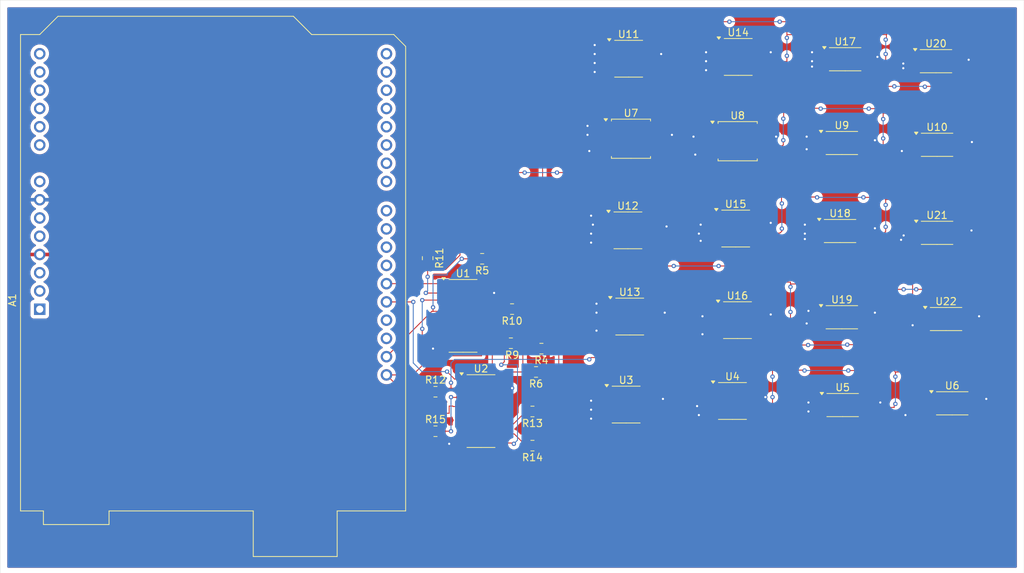
<source format=kicad_pcb>
(kicad_pcb (version 20240108) (generator "pcbnew") (generator_version "8.0")
  (layers (0 "F.Cu" signal "Front") (31 "B.Cu" signal "Back") (34 "B.Paste" user) (35 "F.Paste" user) (36 "B.SilkS" user "B.Silkscreen") (37 "F.SilkS" user "F.Silkscreen") (38 "B.Mask" user) (39 "F.Mask" user) (44 "Edge.Cuts" user))
  (net 0 "")
  (net 1 "+3V3")
  (net 2 "Net-(U3-SDA)")
  (net 3 "Net-(A1-SCL{slash}A5-Pad32)")
  (net 4 "Net-(A1-SDA{slash}A4-Pad31)")
  (net 5 "Net-(R9-Pad2)")
  (net 6 "Net-(U10-SCL)")
  (net 7 "Net-(U10-SDA)")
  (net 8 "Net-(U12-SDA)")
  (net 9 "Net-(U12-SCL)")
  (net 10 "Net-(U3-SCL)")
  (net 12 "GND")
  (net 16 "Net-(A1-D12)")
  (net 23 "Net-(A1-D13)")
  (footprint "Package_SO:SOIC-8_3.9x4.9mm_P1.27mm" (layer "F.Cu") (at 113.725 18.905)
    (property "Reference" "U14")
    (property "Value" "AT24CS01-SSHM")
  )
  (footprint "Package_SO:SOIC-8_3.9x4.9mm_P1.27mm" (layer "F.Cu") (at 98.375 43.04)
    (property "Reference" "U12")
    (property "Value" "AT24CS32-SSHM")
  )
  (footprint "Package_SO:SOIC-8_3.9x4.9mm_P1.27mm" (layer "F.Cu") (at 113.375 42.79)
    (property "Reference" "U15")
    (property "Value" "AT24CS32-SSHM")
  )
  (footprint "Resistor_SMD:R_0805_2012Metric" (layer "F.Cu") (at 82.25 54 180)
    (property "Reference" "R10")
    (property "Value" "10k")
  )
  (footprint "Resistor_SMD:R_0805_2012Metric" (layer "F.Cu") (at 78.0875 47 180)
    (property "Reference" "R5")
    (property "Value" "10K")
  )
  (footprint "Package_SO:SOIC-8_3.9x4.9mm_P1.27mm" (layer "F.Cu") (at 98.475 19.155)
    (property "Reference" "U11")
    (property "Value" "AT24CS01-SSHM")
  )
  (footprint "Resistor_SMD:R_0805_2012Metric" (layer "F.Cu") (at 71.5875 65.5)
    (property "Reference" "R12")
    (property "Value" "10k")
  )
  (footprint "Resistor_SMD:R_0805_2012Metric" (layer "F.Cu") (at 85.5875 62.75 180)
    (property "Reference" "R6")
    (property "Value" "10K")
  )
  (footprint "Package_SO:SO-16_3.9x9.9mm_P1.27mm" (layer "F.Cu") (at 77.925 68.195)
    (property "Reference" "U2")
    (property "Value" "74CBTLV3257")
  )
  (footprint "Package_SO:TSSOP-8_4.4x3mm_P0.65mm" (layer "F.Cu") (at 141.4 43.385)
    (property "Reference" "U21")
    (property "Value" "AT24CS32-XHM")
  )
  (footprint "Package_SO:TSSOP-8_4.4x3mm_P0.65mm" (layer "F.Cu") (at 142.65 55.385)
    (property "Reference" "U22")
    (property "Value" "CAT24C128 XHM")
  )
  (footprint "Package_SO:TSSOP-8_4.4x3mm_P0.65mm" (layer "F.Cu") (at 128.15 30.885)
    (property "Reference" "U9")
    (property "Value" "CAT24C 512XHM")
  )
  (footprint "Package_SO:SOIC-8_3.9x4.9mm_P1.27mm" (layer "F.Cu") (at 98.125 67.29)
    (property "Reference" "U3")
    (property "Value" "AT24CS04-SSHM")
  )
  (footprint "Resistor_SMD:R_0805_2012Metric" (layer "F.Cu") (at 86.3375 59.5 180)
    (property "Reference" "R4")
    (property "Value" "10K")
  )
  (footprint "Package_SO:SOIC-8_5.23x5.23mm_P1.27mm" (layer "F.Cu") (at 98.8 30.29)
    (property "Reference" "U7")
    (property "Value" "CAT24C 512")
  )
  (footprint "Package_SO:SO-16_3.9x9.9mm_P1.27mm" (layer "F.Cu") (at 75.425 54.945)
    (property "Reference" "U1")
    (property "Value" "74CBTLV3257")
  )
  (footprint "Package_SO:TSSOP-8_4.4x3mm_P0.65mm" (layer "F.Cu") (at 143.5125 67.11)
    (property "Reference" "U6")
    (property "Value" "AT24CS04-XHM")
  )
  (footprint "Package_SO:TSSOP-8_4.4x3mm_P0.65mm" (layer "F.Cu") (at 128.2625 67.36)
    (property "Reference" "U5")
    (property "Value" "AT24CS04-XHM")
  )
  (footprint "Package_SO:TSSOP-8_4.4x3mm_P0.65mm" (layer "F.Cu") (at 127.9 43.135)
    (property "Reference" "U18")
    (property "Value" "AT24CS32-XHM")
  )
  (footprint "Package_SO:SOIC-8_5.23x5.23mm_P1.27mm" (layer "F.Cu") (at 113.65 30.635)
    (property "Reference" "U8")
    (property "Value" "CAT24C 512")
  )
  (footprint "Package_SO:SOIC-8_3.9x4.9mm_P1.27mm" (layer "F.Cu") (at 112.925 66.79)
    (property "Reference" "U4")
    (property "Value" "AT24CS04-SSHM")
  )
  (footprint "Package_SO:SOIC-8_3.9x4.9mm_P1.27mm" (layer "F.Cu") (at 113.625 55.54)
    (property "Reference" "U16")
    (property "Value" "CAT24C128 SSHM")
  )
  (footprint "Resistor_SMD:R_0805_2012Metric" (layer "F.Cu") (at 82.0875 58.75 180)
    (property "Reference" "R9")
    (property "Value" "10K")
  )
  (footprint "Resistor_SMD:R_0805_2012Metric" (layer "F.Cu") (at 85.0875 68.25 180)
    (property "Reference" "R13")
    (property "Value" "10k")
  )
  (footprint "Package_SO:TSSOP-8_4.4x3mm_P0.65mm" (layer "F.Cu") (at 141.25 19.5)
    (property "Reference" "U20")
    (property "Value" "AT24CS01-XHM")
  )
  (footprint "Resistor_SMD:R_0805_2012Metric" (layer "F.Cu") (at 85.0875 73 180)
    (property "Reference" "R14")
    (property "Value" "10k")
  )
  (footprint "Package_SO:TSSOP-8_4.4x3mm_P0.65mm" (layer "F.Cu") (at 128.6125 19.225)
    (property "Reference" "U17")
    (property "Value" "AT24CS01-XHM")
  )
  (footprint "Package_SO:SOIC-8_3.9x4.9mm_P1.27mm" (layer "F.Cu") (at 98.625 55.04)
    (property "Reference" "U13")
    (property "Value" "CAT24C128 SSHM")
  )
  (footprint "Package_SO:TSSOP-8_4.4x3mm_P0.65mm" (layer "F.Cu") (at 128.15 55.135)
    (property "Reference" "U19")
    (property "Value" "CAT24C128 XHM")
  )
  (footprint "Resistor_SMD:R_0805_2012Metric" (layer "F.Cu") (at 70.5 46.9125 -90)
    (property "Reference" "R11")
    (property "Value" "10k")
  )
  (footprint "Package_SO:TSSOP-8_4.4x3mm_P0.65mm" (layer "F.Cu") (at 141.4 31.135)
    (property "Reference" "U10")
    (property "Value" "CAT24C 512XHM")
  )
  (footprint "Resistor_SMD:R_0805_2012Metric" (layer "F.Cu") (at 71.5875 71)
    (property "Reference" "R15")
    (property "Value" "10k")
  )
  (footprint "Module:Arduino_UNO_R3" (layer "F.Cu") (at 16.51 54.02 90)
    (property "Reference" "A1")
    (property "Value" "Arduino_UNO_R3")
  )
  (gr_rect (start 11 11) (end 153.5 90.75) (stroke (width 0.0381)) (fill none) (layer "Edge.Cuts"))
  (segment (start 130.5114 29.91) (end 131.0125 29.91) (width 0.127) (layer "F.Cu") (net 1))
  (segment (start 122.89 54.81) (end 122.55 55.15) (width 0.127) (layer "F.Cu") (net 1))
  (segment (start 131.0125 29.91) (end 132.14 29.91) (width 0.127) (layer "F.Cu") (net 1))
  (segment (start 147.665 66.135) (end 148.6 65.2) (width 0.127) (layer "F.Cu") (net 1))
  (segment (start 125.4 67.685) (end 122.485 67.685) (width 0.127) (layer "F.Cu") (net 1))
  (segment (start 146.375 66.135) (end 147.665 66.135) (width 0.127) (layer "F.Cu") (net 1))
  (segment (start 130.9739 18.25) (end 131.475 18.25) (width 0.127) (layer "F.Cu") (net 1))
  (segment (start 122.485 67.685) (end 122.35 67.55) (width 0.127) (layer "F.Cu") (net 1))
  (segment (start 125.2875 30.56) (end 122.59 30.56) (width 0.127) (layer "F.Cu") (net 1))
  (segment (start 132.515 66.385) (end 133.2 65.7) (width 0.127) (layer "F.Cu") (net 1))
  (segment (start 132.14 29.91) (end 132.85 29.2) (width 0.127) (layer "F.Cu") (net 1))
  (segment (start 131.475 18.25) (end 132.4 18.25) (width 0.127) (layer "F.Cu") (net 1))
  (segment (start 138.615 66.785) (end 138.5 66.9) (width 0.127) (layer "F.Cu") (net 1))
  (segment (start 140.65 66.785) (end 138.615 66.785) (width 0.127) (layer "F.Cu") (net 1))
  (segment (start 125.0375 42.81) (end 121.96 42.81) (width 0.127) (layer "F.Cu") (net 1))
  (segment (start 132.4 18.25) (end 133 17.65) (width 0.127) (layer "F.Cu") (net 1))
  (segment (start 125.2875 54.81) (end 122.89 54.81) (width 0.127) (layer "F.Cu") (net 1))
  (segment (start 122.59 30.56) (end 122.55 30.6) (width 0.127) (layer "F.Cu") (net 1))
  (segment (start 131.125 66.385) (end 132.515 66.385) (width 0.127) (layer "F.Cu") (net 1))
  (segment (start 125.75 18.9) (end 122.8 18.9) (width 0.127) (layer "F.Cu") (net 1))
  (segment (start 73.79 66.29) (end 73.75 66.25) (width 0.127) (layer "F.Cu") (net 2))
  (segment (start 73.75 71) (end 72.5 71) (width 0.127) (layer "F.Cu") (net 2))
  (segment (start 101.75 76.75) (end 101.5 77) (width 0.127) (layer "F.Cu") (net 2))
  (segment (start 115.4 68.695) (end 120.945 68.695) (width 0.127) (layer "F.Cu") (net 2))
  (segment (start 115.25 72) (end 115.25 71.75) (width 0.127) (layer "F.Cu") (net 2))
  (segment (start 115.25 71.75) (end 115.4 71.6) (width 0.127) (layer "F.Cu") (net 2))
  (segment (start 121 68.75) (end 121 69) (width 0.127) (layer "F.Cu") (net 2))
  (segment (start 131 71) (end 131 70.75) (width 0.127) (layer "F.Cu") (net 2))
  (segment (start 146.5 71.25) (end 131.25 71.25) (width 0.127) (layer "F.Cu") (net 2))
  (segment (start 100.5 72) (end 101.75 72) (width 0.127) (layer "F.Cu") (net 2))
  (segment (start 115.4 71.6) (end 115.4 68.695) (width 0.127) (layer "F.Cu") (net 2))
  (segment (start 121 69) (end 123 71) (width 0.127) (layer "F.Cu") (net 2))
  (segment (start 120.945 68.695) (end 121 68.75) (width 0.127) (layer "F.Cu") (net 2))
  (segment (start 146.375 71.125) (end 146.5 71.25) (width 0.127) (layer "F.Cu") (net 2))
  (segment (start 146.375 68.085) (end 146.375 71.125) (width 0.127) (layer "F.Cu") (net 2))
  (segment (start 101.5 77) (end 72.25 77) (width 0.127) (layer "F.Cu") (net 2))
  (segment (start 101.75 72) (end 115.25 72) (width 0.127) (layer "F.Cu") (net 2))
  (segment (start 123 71) (end 131 71) (width 0.127) (layer "F.Cu") (net 2))
  (segment (start 101.75 72) (end 101.75 76.75) (width 0.127) (layer "F.Cu") (net 2))
  (segment (start 131 70.75) (end 131.125 70.625) (width 0.127) (layer "F.Cu") (net 2))
  (segment (start 72.25 77) (end 72.5 76.75) (width 0.127) (layer "F.Cu") (net 2))
  (segment (start 100.6 69.195) (end 100.6 71.9) (width 0.127) (layer "F.Cu") (net 2))
  (segment (start 72.5 76.75) (end 72.5 71) (width 0.127) (layer "F.Cu") (net 2))
  (segment (start 131.125 70.625) (end 131.125 68.335) (width 0.127) (layer "F.Cu") (net 2))
  (segment (start 100.6 71.9) (end 100.5 72) (width 0.127) (layer "F.Cu") (net 2))
  (segment (start 131.25 71.25) (end 131 71) (width 0.127) (layer "F.Cu") (net 2))
  (segment (start 75.35 66.29) (end 73.79 66.29) (width 0.127) (layer "F.Cu") (net 2))
  (via (at 73.75 71) (size 0.6) (drill 0.3) (layers "F.Cu" "B.Cu") (net 2))
  (via (at 73.75 66.25) (size 0.6) (drill 0.3) (layers "F.Cu" "B.Cu") (net 2))
  (segment (start 73.75 66.25) (end 73.75 71) (width 0.127) (layer "B.Cu") (net 2))
  (segment (start 84.5 59.5) (end 83.75 60.25) (width 0.127) (layer "F.Cu") (net 3))
  (segment (start 70.25 61.25) (end 70.25 60.5) (width 0.127) (layer "F.Cu") (net 3))
  (segment (start 69.5 68.5) (end 73.5 68.5) (width 0.127) (layer "F.Cu") (net 3))
  (segment (start 79.5 62) (end 79.5 59.5) (width 0.127) (layer "F.Cu") (net 3))
  (segment (start 73.5 67.5) (end 74 67.5) (width 0.127) (layer "F.Cu") (net 3))
  (segment (start 69.75 60.5) (end 69.75 56.75) (width 0.127) (layer "F.Cu") (net 3))
  (segment (start 73.5 68.5) (end 73.5 67.5) (width 0.127) (layer "F.Cu") (net 3))
  (segment (start 78 59.39) (end 78 60.5) (width 0.127) (layer "F.Cu") (net 3))
  (segment (start 64.77 63.16) (end 69.5 67.89) (width 0.127) (layer "F.Cu") (net 3))
  (segment (start 74 67.5) (end 74.06 67.56) (width 0.127) (layer "F.Cu") (net 3))
  (segment (start 85.425 59.5) (end 84.5 59.5) (width 0.127) (layer "F.Cu") (net 3))
  (segment (start 79.39 59.39) (end 78 59.39) (width 0.127) (layer "F.Cu") (net 3))
  (segment (start 79.5 59.5) (end 79.39 59.39) (width 0.127) (layer "F.Cu") (net 3))
  (segment (start 69.75 52.75) (end 72.56 52.75) (width 0.127) (layer "F.Cu") (net 3))
  (segment (start 78 60.5) (end 70.25 60.5) (width 0.127) (layer "F.Cu") (net 3))
  (segment (start 64.77 63.16) (end 68.44 63.16) (width 0.127) (layer "F.Cu") (net 3))
  (segment (start 69.5 67.89) (end 69.5 68.5) (width 0.127) (layer "F.Cu") (net 3))
  (segment (start 84.675 62.75) (end 83.75 62.75) (width 0.127) (layer "F.Cu") (net 3))
  (segment (start 74.06 67.56) (end 75.35 67.56) (width 0.127) (layer "F.Cu") (net 3))
  (segment (start 70.25 61.35) (end 70.25 61.25) (width 0.127) (layer "F.Cu") (net 3))
  (segment (start 72.56 52.75) (end 72.85 53.04) (width 0.127) (layer "F.Cu") (net 3))
  (segment (start 68.44 63.16) (end 70.25 61.35) (width 0.127) (layer "F.Cu") (net 3))
  (segment (start 83.75 60.25) (end 83.75 62.75) (width 0.127) (layer "F.Cu") (net 3))
  (segment (start 70.25 60.5) (end 69.75 60.5) (width 0.127) (layer "F.Cu") (net 3))
  (segment (start 80.25 62.75) (end 79.5 62) (width 0.127) (layer "F.Cu") (net 3))
  (segment (start 83.75 62.75) (end 80.25 62.75) (width 0.127) (layer "F.Cu") (net 3))
  (via (at 69.75 56.75) (size 0.6) (drill 0.3) (layers "F.Cu" "B.Cu") (net 3))
  (via (at 69.75 52.75) (size 0.6) (drill 0.3) (layers "F.Cu" "B.Cu") (net 3))
  (segment (start 69.75 56.75) (end 69.75 52.75) (width 0.127) (layer "B.Cu") (net 3))
  (segment (start 71.08 54.31) (end 71.25 54.31) (width 0.127) (layer "F.Cu") (net 4))
  (segment (start 71.25 54.31) (end 72.85 54.31) (width 0.127) (layer "F.Cu") (net 4))
  (segment (start 77.175 47) (end 75.25 47) (width 0.127) (layer "F.Cu") (net 4))
  (segment (start 71.25 53.75) (end 71.25 54.31) (width 0.127) (layer "F.Cu") (net 4))
  (segment (start 64.77 60.62) (end 71.08 54.31) (width 0.127) (layer "F.Cu") (net 4))
  (via (at 75.25 47) (size 0.6) (drill 0.3) (layers "F.Cu" "B.Cu") (net 4))
  (via (at 71.25 53.75) (size 0.6) (drill 0.3) (layers "F.Cu" "B.Cu") (net 4))
  (segment (start 71.25 49.25) (end 71.25 53.75) (width 0.127) (layer "B.Cu") (net 4))
  (segment (start 73.25 49.25) (end 71.25 49.25) (width 0.127) (layer "B.Cu") (net 4))
  (segment (start 73.25 49) (end 73.25 49.25) (width 0.127) (layer "B.Cu") (net 4))
  (segment (start 75.25 47) (end 73.25 49) (width 0.127) (layer "B.Cu") (net 4))
  (segment (start 80.75 61.75) (end 81.175 61.325) (width 0.127) (layer "F.Cu") (net 5))
  (segment (start 80.5 72.64) (end 82.39 72.64) (width 0.127) (layer "F.Cu") (net 5))
  (segment (start 80.545 58.12) (end 81.175 58.75) (width 0.127) (layer "F.Cu") (net 5))
  (segment (start 81.175 61.325) (end 81.175 58.75) (width 0.127) (layer "F.Cu") (net 5))
  (segment (start 82.39 72.64) (end 82.5 72.75) (width 0.127) (layer "F.Cu") (net 5))
  (segment (start 78 58.12) (end 80.545 58.12) (width 0.127) (layer "F.Cu") (net 5))
  (via (at 80.75 61.75) (size 0.6) (drill 0.3) (layers "F.Cu" "B.Cu") (net 5))
  (via (at 82.5 72.75) (size 0.6) (drill 0.3) (layers "F.Cu" "B.Cu") (net 5))
  (segment (start 82.5 72.75) (end 83 72.25) (width 0.127) (layer "B.Cu") (net 5))
  (segment (start 83 61.75) (end 82.75 61.75) (width 0.127) (layer "B.Cu") (net 5))
  (segment (start 83 72.25) (end 83 61.75) (width 0.127) (layer "B.Cu") (net 5))
  (segment (start 82.75 61.75) (end 80.75 61.75) (width 0.127) (layer "B.Cu") (net 5))
  (segment (start 120.5 15.8) (end 120.5 16.25) (width 0.127) (layer "F.Cu") (net 6))
  (segment (start 131.9 26.1) (end 133.3 26.1) (width 0.127) (layer "F.Cu") (net 6))
  (segment (start 120.46 19.54) (end 116.2 19.54) (width 0.127) (layer "F.Cu") (net 6))
  (segment (start 133.9 26.75) (end 147.5 26.75) (width 0.127) (layer "F.Cu") (net 6))
  (segment (start 119.5 14) (end 120.475 14) (width 0.127) (layer "F.Cu") (net 6))
  (segment (start 133.9 30.25) (end 133.9 31.2) (width 0.127) (layer "F.Cu") (net 6))
  (segment (start 120.475 15.375) (end 120.5 15.4) (width 0.127) (layer "F.Cu") (net 6))
  (segment (start 134.7 15.45) (end 134.6 15.55) (width 0.127) (layer "F.Cu") (net 6))
  (segment (start 147.55 31.45) (end 147.55 26.8) (width 0.127) (layer "F.Cu") (net 6))
  (segment (start 133.9 31.2) (end 133.89 31.21) (width 0.127) (layer "F.Cu") (net 6))
  (segment (start 86.5 14) (end 86.5 49.5) (width 0.127) (layer "F.Cu") (net 6))
  (segment (start 119.88 31.27) (end 120 31.15) (width 0.127) (layer "F.Cu") (net 6))
  (segment (start 134.125 19.55) (end 131.475 19.55) (width 0.127) (layer "F.Cu") (net 6))
  (segment (start 100.95 19.79) (end 105.79 19.79) (width 0.127) (layer "F.Cu") (net 6))
  (segment (start 131.0125 31.21) (end 133.89 31.21) (width 0.127) (layer "F.Cu") (net 6))
  (segment (start 80 54.25) (end 80.25 54) (width 0.127) (layer "F.Cu") (net 6))
  (segment (start 144.1125 19.825) (end 147.675 19.825) (width 0.127) (layer "F.Cu") (net 6))
  (segment (start 102.4 30.925) (end 105.775 30.925) (width 0.127) (layer "F.Cu") (net 6))
  (segment (start 147.54 31.46) (end 147.55 31.45) (width 0.127) (layer "F.Cu") (net 6))
  (segment (start 147.675 19.825) (end 147.75 19.75) (width 0.127) (layer "F.Cu") (net 6))
  (segment (start 105.6 14) (end 86.5 14) (width 0.127) (layer "F.Cu") (net 6))
  (segment (start 105.79 19.79) (end 105.8 19.8) (width 0.127) (layer "F.Cu") (net 6))
  (segment (start 134.25 18.5) (end 134.25 19.425) (width 0.127) (layer "F.Cu") (net 6))
  (segment (start 134.35 16.4) (end 134.25 16.5) (width 0.127) (layer "F.Cu") (net 6))
  (segment (start 105.8 30.9) (end 105.8 26.1) (width 0.127) (layer "F.Cu") (net 6))
  (segment (start 134.45 15.7) (end 134.35 15.8) (width 0.127) (layer "F.Cu") (net 6))
  (segment (start 147.5 26.75) (end 147.55 26.8) (width 0.127) (layer "F.Cu") (net 6))
  (segment (start 147.55 26.8) (end 147.55 19.95) (width 0.127) (layer "F.Cu") (net 6))
  (segment (start 80 56.75) (end 80 54.25) (width 0.127) (layer "F.Cu") (net 6))
  (segment (start 125.15 26.05) (end 125.2 26.1) (width 0.127) (layer "F.Cu") (net 6))
  (segment (start 144.2625 31.46) (end 147.54 31.46) (width 0.127) (layer "F.Cu") (net 6))
  (segment (start 120.475 14) (end 120.475 15.375) (width 0.127) (layer "F.Cu") (net 6))
  (segment (start 133.9 26.75) (end 133.9 26.7) (width 0.127) (layer "F.Cu") (net 6))
  (segment (start 120.05 26.7) (end 120.05 27.45) (width 0.127) (layer "F.Cu") (net 6))
  (segment (start 105.775 30.925) (end 105.8 30.9) (width 0.127) (layer "F.Cu") (net 6))
  (segment (start 105.8 26.1) (end 105.85 26.05) (width 0.127) (layer "F.Cu") (net 6))
  (segment (start 133.3 26.1) (end 133.9 26.7) (width 0.127) (layer "F.Cu") (net 6))
  (segment (start 120.05 27.45) (end 120 27.5) (width 0.127) (layer "F.Cu") (net 6))
  (segment (start 86.5 49.5) (end 81.3375 49.5) (width 0.127) (layer "F.Cu") (net 6))
  (segment (start 119.88 31.27) (end 117.25 31.27) (width 0.127) (layer "F.Cu") (net 6))
  (segment (start 120.05 26.05) (end 120.05 26.7) (width 0.127) (layer "F.Cu") (net 6))
  (segment (start 133.9 26.75) (end 133.9 27.55) (width 0.127) (layer "F.Cu") (net 6))
  (segment (start 147.75 15.45) (end 134.7 15.45) (width 0.127) (layer "F.Cu") (net 6))
  (segment (start 120.05 26.05) (end 125.15 26.05) (width 0.127) (layer "F.Cu") (net 6))
  (segment (start 79.9 56.85) (end 80 56.75) (width 0.127) (layer "F.Cu") (net 6))
  (segment (start 147.55 19.95) (end 147.75 19.75) (width 0.127) (layer "F.Cu") (net 6))
  (segment (start 105.8 14.2) (end 105.6 14) (width 0.127) (layer "F.Cu") (net 6))
  (segment (start 134.6 15.55) (end 134.45 15.7) (width 0.127) (layer "F.Cu") (net 6))
  (segment (start 134.35 15.8) (end 134.35 16.4) (width 0.127) (layer "F.Cu") (net 6))
  (segment (start 134.25 19.425) (end 134.125 19.55) (width 0.127) (layer "F.Cu") (net 6))
  (segment (start 120.5 15.8) (end 120.5 15.4) (width 0.127) (layer "F.Cu") (net 6))
  (segment (start 80.25 54) (end 81.3375 54) (width 0.127) (layer "F.Cu") (net 6))
  (segment (start 105.85 26.05) (end 120.05 26.05) (width 0.127) (layer "F.Cu") (net 6))
  (segment (start 120 30.5) (end 120 31.15) (width 0.127) (layer "F.Cu") (net 6))
  (segment (start 134.35 15.8) (end 120.5 15.8) (width 0.127) (layer "F.Cu") (net 6))
  (segment (start 147.75 19.75) (end 147.75 15.45) (width 0.127) (layer "F.Cu") (net 6))
  (segment (start 105.8 14.2) (end 106 14) (width 0.127) (layer "F.Cu") (net 6))
  (segment (start 106 14) (end 112.5 14) (width 0.127) (layer "F.Cu") (net 6))
  (segment (start 120.5 18.75) (end 120.5 19.5) (width 0.127) (layer "F.Cu") (net 6))
  (segment (start 105.8 19.8) (end 105.8 14.2) (width 0.127) (layer "F.Cu") (net 6))
  (segment (start 120.5 19.5) (end 120.46 19.54) (width 0.127) (layer "F.Cu") (net 6))
  (segment (start 81.3375 49.5) (end 81.3375 54) (width 0.127) (layer "F.Cu") (net 6))
  (segment (start 78 56.85) (end 79.9 56.85) (width 0.127) (layer "F.Cu") (net 6))
  (via (at 120 30.5) (size 0.6) (drill 0.3) (layers "F.Cu" "B.Cu") (net 6))
  (via (at 120.5 18.75) (size 0.6) (drill 0.3) (layers "F.Cu" "B.Cu") (net 6))
  (via (at 120.5 16.25) (size 0.6) (drill 0.3) (layers "F.Cu" "B.Cu") (net 6))
  (via (at 112.5 14) (size 0.6) (drill 0.3) (layers "F.Cu" "B.Cu") (net 6))
  (via (at 133.9 30.25) (size 0.6) (drill 0.3) (layers "F.Cu" "B.Cu") (net 6))
  (via (at 134.25 18.5) (size 0.6) (drill 0.3) (layers "F.Cu" "B.Cu") (net 6))
  (via (at 133.9 27.55) (size 0.6) (drill 0.3) (layers "F.Cu" "B.Cu") (net 6))
  (via (at 134.25 16.5) (size 0.6) (drill 0.3) (layers "F.Cu" "B.Cu") (net 6))
  (via (at 120 27.5) (size 0.6) (drill 0.3) (layers "F.Cu" "B.Cu") (net 6))
  (via (at 131.9 26.1) (size 0.6) (drill 0.3) (layers "F.Cu" "B.Cu") (net 6))
  (via (at 119.5 14) (size 0.6) (drill 0.3) (layers "F.Cu" "B.Cu") (net 6))
  (via (at 125.2 26.1) (size 0.6) (drill 0.3) (layers "F.Cu" "B.Cu") (net 6))
  (segment (start 134.25 18.5) (end 134.25 16.5) (width 0.127) (layer "B.Cu") (net 6))
  (segment (start 133.9 27.55) (end 133.9 27.9) (width 0.127) (layer "B.Cu") (net 6))
  (segment (start 133.9 27.9) (end 133.9 30.25) (width 0.127) (layer "B.Cu") (net 6))
  (segment (start 125.2 26.1) (end 131.9 26.1) (width 0.127) (layer "B.Cu") (net 6))
  (segment (start 112.5 14) (end 119.5 14) (width 0.127) (layer "B.Cu") (net 6))
  (segment (start 120.5 16.25) (end 120.5 18.75) (width 0.127) (layer "B.Cu") (net 6))
  (segment (start 120 27.5) (end 120 30.5) (width 0.127) (layer "B.Cu") (net 6))
  (segment (start 106.5 23) (end 116.5 23) (width 0.127) (layer "F.Cu") (net 7))
  (segment (start 72.85 51.77) (end 70.27 51.77) (width 0.127) (layer "F.Cu") (net 7))
  (segment (start 70.5 49.5) (end 70.5 48.5) (width 0.127) (layer "F.Cu") (net 7))
  (segment (start 144.1125 22.8875) (end 144.1125 20.475) (width 0.127) (layer "F.Cu") (net 7))
  (segment (start 144 32.3725) (end 144.2625 32.11) (width 0.127) (layer "F.Cu") (net 7))
  (segment (start 143.75 35.25) (end 144 35) (width 0.127) (layer "F.Cu") (net 7))
  (segment (start 102 35.5) (end 117 35.5) (width 0.127) (layer "F.Cu") (net 7))
  (segment (start 131.5 23) (end 131.475 22.975) (width 0.127) (layer "F.Cu") (net 7))
  (segment (start 130 35.5) (end 130.25 35.25) (width 0.127) (layer "F.Cu") (net 7))
  (segment (start 117 35) (end 117.25 34.75) (width 0.127) (layer "F.Cu") (net 7))
  (segment (start 70.27 51.77) (end 70.25 51.75) (width 0.127) (layer "F.Cu") (net 7))
  (segment (start 116.499999 21.109999) (end 116.2 20.81) (width 0.127) (layer "F.Cu") (net 7))
  (segment (start 91.5 35) (end 88.5 35) (width 0.127) (layer "F.Cu") (net 7))
  (segment (start 117 35.5) (end 117 35) (width 0.127) (layer "F.Cu") (net 7))
  (segment (start 131.5 23) (end 135.45 23) (width 0.127) (layer "F.Cu") (net 7))
  (segment (start 91.5 25) (end 91.5 35) (width 0.127) (layer "F.Cu") (net 7))
  (segment (start 144 35) (end 144 32.3725) (width 0.127) (layer "F.Cu") (net 7))
  (segment (start 101.5 35) (end 102.4 34.1) (width 0.127) (layer "F.Cu") (net 7))
  (segment (start 139.75 23) (end 144 23) (width 0.127) (layer "F.Cu") (net 7))
  (segment (start 91.5 35) (end 101.5 35) (width 0.127) (layer "F.Cu") (net 7))
  (segment (start 117.25 34.75) (end 117.25 32.54) (width 0.127) (layer "F.Cu") (net 7))
  (segment (start 116.5 23) (end 116.499999 21.109999) (width 0.127) (layer "F.Cu") (net 7))
  (segment (start 106.44 21.06) (end 106.5 21) (width 0.127) (layer "F.Cu") (net 7))
  (segment (start 104.5 25) (end 91.5 25) (width 0.127) (layer "F.Cu") (net 7))
  (segment (start 75 46.5) (end 73 48.5) (width 0.127) (layer "F.Cu") (net 7))
  (segment (start 70.5 48.5) (end 70.5 47.825) (width 0.127) (layer "F.Cu") (net 7))
  (segment (start 84 35) (end 75 35) (width 0.127) (layer "F.Cu") (net 7))
  (segment (start 101.5 35) (end 102 35.5) (width 0.127) (layer "F.Cu") (net 7))
  (segment (start 106.5 23) (end 104.5 25) (width 0.127) (layer "F.Cu") (net 7))
  (segment (start 73 48.5) (end 70.5 48.5) (width 0.127) (layer "F.Cu") (net 7))
  (segment (start 131.475 22.975) (end 131.475 20.2) (width 0.127) (layer "F.Cu") (net 7))
  (segment (start 131.0125 34.4875) (end 131.0125 31.86) (width 0.127) (layer "F.Cu") (net 7))
  (segment (start 100.95 21.06) (end 106.44 21.06) (width 0.127) (layer "F.Cu") (net 7))
  (segment (start 130.25 35.25) (end 143.75 35.25) (width 0.127) (layer "F.Cu") (net 7))
  (segment (start 117 35.5) (end 130 35.5) (width 0.127) (layer "F.Cu") (net 7))
  (segment (start 144 23) (end 144.1125 22.8875) (width 0.127) (layer "F.Cu") (net 7))
  (segment (start 139.7 23.05) (end 139.75 23) (width 0.127) (layer "F.Cu") (net 7))
  (segment (start 75 35) (end 75 46.5) (width 0.127) (layer "F.Cu") (net 7))
  (segment (start 130 35.5) (end 131.0125 34.4875) (width 0.127) (layer "F.Cu") (net 7))
  (segment (start 116.5 23) (end 131.5 23) (width 0.127) (layer "F.Cu") (net 7))
  (segment (start 106.5 21) (end 106.5 23) (width 0.127) (layer "F.Cu") (net 7))
  (segment (start 102.4 34.1) (end 102.4 32.195) (width 0.127) (layer "F.Cu") (net 7))
  (via (at 88.5 35) (size 0.6) (drill 0.3) (layers "F.Cu" "B.Cu") (net 7))
  (via (at 84 35) (size 0.6) (drill 0.3) (layers "F.Cu" "B.Cu") (net 7))
  (via (at 70.5 49.5) (size 0.6) (drill 0.3) (layers "F.Cu" "B.Cu") (net 7))
  (via (at 135.45 23) (size 0.6) (drill 0.3) (layers "F.Cu" "B.Cu") (net 7))
  (via (at 139.7 23.05) (size 0.6) (drill 0.3) (layers "F.Cu" "B.Cu") (net 7))
  (via (at 70.25 51.75) (size 0.6) (drill 0.3) (layers "F.Cu" "B.Cu") (net 7))
  (segment (start 135.45 23) (end 139.65 23) (width 0.127) (layer "B.Cu") (net 7))
  (segment (start 70.5 51.5) (end 70.25 51.75) (width 0.127) (layer "B.Cu") (net 7))
  (segment (start 87.75 35) (end 84 35) (width 0.127) (layer "B.Cu") (net 7))
  (segment (start 88.5 35) (end 87.75 35) (width 0.127) (layer "B.Cu") (net 7))
  (segment (start 139.65 23) (end 139.7 23.05) (width 0.127) (layer "B.Cu") (net 7))
  (segment (start 70.5 49.5) (end 70.5 51.5) (width 0.127) (layer "B.Cu") (net 7))
  (segment (start 111 48) (end 115.45 48) (width 0.127) (layer "F.Cu") (net 8))
  (segment (start 130.5 44.3725) (end 130.7625 44.11) (width 0.127) (layer "F.Cu") (net 8))
  (segment (start 144 47.25) (end 144 44.6225) (width 0.127) (layer "F.Cu") (net 8))
  (segment (start 101 48) (end 104.75 48) (width 0.127) (layer "F.Cu") (net 8))
  (segment (start 115.5 45.045) (end 115.85 44.695) (width 0.127) (layer "F.Cu") (net 8))
  (segment (start 73.75 65.02) (end 75.35 65.02) (width 0.127) (layer "F.Cu") (net 8))
  (segment (start 116.25 60.75) (end 116.1 60.6) (width 0.127) (layer "F.Cu") (net 8))
  (segment (start 135.25 48.25) (end 138 48.25) (width 0.127) (layer "F.Cu") (net 8))
  (segment (start 130.75 48.25) (end 135.25 48.25) (width 0.127) (layer "F.Cu") (net 8))
  (segment (start 119.5 57.5) (end 119.5 58) (width 0.127) (layer "F.Cu") (net 8))
  (segment (start 119.445 57.445) (end 119.5 57.5) (width 0.127) (layer "F.Cu") (net 8))
  (segment (start 100.85 47.85) (end 101 48) (width 0.127) (layer "F.Cu") (net 8))
  (segment (start 144 48.25) (end 144 47.25) (width 0.127) (layer "F.Cu") (net 8))
  (segment (start 106.75 60.75) (end 93.25 60.75) (width 0.127) (layer "F.Cu") (net 8))
  (segment (start 130.5 48) (end 130.5 44.3725) (width 0.127) (layer "F.Cu") (net 8))
  (segment (start 149 56.5) (end 148.86 56.36) (width 0.127) (layer "F.Cu") (net 8))
  (segment (start 149.25 56.5) (end 149 56.5) (width 0.127) (layer "F.Cu") (net 8))
  (segment (start 106.75 60.75) (end 116.25 60.75) (width 0.127) (layer "F.Cu") (net 8))
  (segment (start 115.5 48) (end 115.5 47.95) (width 0.127) (layer "F.Cu") (net 8))
  (segment (start 148.86 56.36) (end 145.5125 56.36) (width 0.127) (layer "F.Cu") (net 8))
  (segment (start 138 53) (end 138 48.25) (width 0.127) (layer "F.Cu") (net 8))
  (segment (start 134.89 56.11) (end 138 53) (width 0.127) (layer "F.Cu") (net 8))
  (segment (start 149.25 50.5) (end 149.25 56.5) (width 0.127) (layer "F.Cu") (net 8))
  (segment (start 115.45 48) (end 115.5 47.95) (width 0.127) (layer "F.Cu") (net 8))
  (segment (start 73.75 64.25) (end 73.75 65.02) (width 0.127) (layer "F.Cu") (net 8))
  (segment (start 138 48.25) (end 144 48.25) (width 0.127) (layer "F.Cu") (net 8))
  (segment (start 116.1 60.6) (end 116.1 57.445) (width 0.127) (layer "F.Cu") (net 8))
  (segment (start 106.75 57.5) (end 106.75 60.75) (width 0.127) (layer "F.Cu") (net 8))
  (segment (start 130.95 58.95) (end 131 59) (width 0.127) (layer "F.Cu") (net 8))
  (segment (start 116.1 57.445) (end 119.445 57.445) (width 0.127) (layer "F.Cu") (net 8))
  (segment (start 146 47.25) (end 144 47.25) (width 0.127) (layer "F.Cu") (net 8))
  (segment (start 120.55 59) (end 123.45 59) (width 0.127) (layer "F.Cu") (net 8))
  (segment (start 72.5 65.5) (end 73 65.5) (width 0.127) (layer "F.Cu") (net 8))
  (segment (start 131.0125 58.4875) (end 131.0125 56.11) (width 0.127) (layer "F.Cu") (net 8))
  (segment (start 130.5 48) (end 130.75 48.25) (width 0.127) (layer "F.Cu") (net 8))
  (segment (start 144 44.6225) (end 144.2625 44.36) (width 0.127) (layer "F.Cu") (net 8))
  (segment (start 128.9 58.95) (end 130.95 58.95) (width 0.127) (layer "F.Cu") (net 8))
  (segment (start 106.195 56.945) (end 106.75 57.5) (width 0.127) (layer "F.Cu") (net 8))
  (segment (start 115.5 48) (end 130.5 48) (width 0.127) (layer "F.Cu") (net 8))
  (segment (start 73.48 65.02) (end 73.75 65.02) (width 0.127) (layer "F.Cu") (net 8))
  (segment (start 131 59) (end 131 58.5) (width 0.127) (layer "F.Cu") (net 8))
  (segment (start 120.5 59) (end 120.55 59) (width 0.127) (layer "F.Cu") (net 8))
  (segment (start 73 65.5) (end 73.48 65.02) (width 0.127) (layer "F.Cu") (net 8))
  (segment (start 93.25 60.75) (end 93 61) (width 0.127) (layer "F.Cu") (net 8))
  (segment (start 131 58.5) (end 131.0125 58.4875) (width 0.127) (layer "F.Cu") (net 8))
  (segment (start 101.1 56.945) (end 106.195 56.945) (width 0.127) (layer "F.Cu") (net 8))
  (segment (start 149.25 50.5) (end 146 47.25) (width 0.127) (layer "F.Cu") (net 8))
  (segment (start 119.5 58) (end 120.5 59) (width 0.127) (layer "F.Cu") (net 8))
  (segment (start 100.85 44.945) (end 100.85 47.85) (width 0.127) (layer "F.Cu") (net 8))
  (segment (start 115.5 47.95) (end 115.5 45.045) (width 0.127) (layer "F.Cu") (net 8))
  (segment (start 131.0125 56.11) (end 134.89 56.11) (width 0.127) (layer "F.Cu") (net 8))
  (via (at 111 48) (size 0.6) (drill 0.3) (layers "F.Cu" "B.Cu") (net 8))
  (via (at 128.9 58.95) (size 0.6) (drill 0.3) (layers "F.Cu" "B.Cu") (net 8))
  (via (at 93 61) (size 0.6) (drill 0.3) (layers "F.Cu" "B.Cu") (net 8))
  (via (at 104.75 48) (size 0.6) (drill 0.3) (layers "F.Cu" "B.Cu") (net 8))
  (via (at 73.75 64.25) (size 0.6) (drill 0.3) (layers "F.Cu" "B.Cu") (net 8))
  (via (at 123.45 59) (size 0.6) (drill 0.3) (layers "F.Cu" "B.Cu") (net 8))
  (segment (start 73.75 61.5) (end 73.75 64.25) (width 0.127) (layer "B.Cu") (net 8))
  (segment (start 93 61) (end 74.25 61) (width 0.127) (layer "B.Cu") (net 8))
  (segment (start 74.25 61) (end 73.75 61.5) (width 0.127) (layer "B.Cu") (net 8))
  (segment (start 105.1 48) (end 111 48) (width 0.127) (layer "B.Cu") (net 8))
  (segment (start 123.45 59) (end 128.85 59) (width 0.127) (layer "B.Cu") (net 8))
  (segment (start 104.75 48) (end 105.1 48) (width 0.127) (layer "B.Cu") (net 8))
  (segment (start 128.85 59) (end 128.9 58.95) (width 0.127) (layer "B.Cu") (net 8))
  (segment (start 133.75 51.5) (end 133.75 55.5) (width 0.127) (layer "F.Cu") (net 9))
  (segment (start 120.575 56.175) (end 121 55.75) (width 0.127) (layer "F.Cu") (net 9))
  (segment (start 119.75 38.5) (end 119.75 39.25) (width 0.127) (layer "F.Cu") (net 9))
  (segment (start 84.25 66.25) (end 84.25 66.5) (width 0.127) (layer "F.Cu") (net 9))
  (segment (start 88.75 66.25) (end 84.25 66.25) (width 0.127) (layer "F.Cu") (net 9))
  (segment (start 119.75 38.4) (end 119.75 38.5) (width 0.127) (layer "F.Cu") (net 9))
  (segment (start 121 50.25) (end 105 50.25) (width 0.127) (layer "F.Cu") (net 9))
  (segment (start 147.71 43.71) (end 144.2625 43.71) (width 0.127) (layer "F.Cu") (net 9))
  (segment (start 90.5 38.25) (end 88.75 38.25) (width 0.127) (layer "F.Cu") (net 9))
  (segment (start 88.75 38.25) (end 88.75 66.25) (width 0.127) (layer "F.Cu") (net 9))
  (segment (start 134.25 42.55) (end 134.25 43.2) (width 0.127) (layer "F.Cu") (net 9))
  (segment (start 133.75 55.5) (end 133.71 55.46) (width 0.127) (layer "F.Cu") (net 9))
  (segment (start 106 38) (end 119.75 38) (width 0.127) (layer "F.Cu") (net 9))
  (segment (start 100.85 43.675) (end 105.825 43.675) (width 0.127) (layer "F.Cu") (net 9))
  (segment (start 133.95 38.45) (end 134.25 38.75) (width 0.127) (layer "F.Cu") (net 9))
  (segment (start 148.29 55.71) (end 148.75 55.25) (width 0.127) (layer "F.Cu") (net 9))
  (segment (start 90.5 49.5) (end 90.5 38.25) (width 0.127) (layer "F.Cu") (net 9))
  (segment (start 119.8 42.8) (end 119.8 43.15) (width 0.127) (layer "F.Cu") (net 9))
  (segment (start 145.5125 55.71) (end 148.29 55.71) (width 0.127) (layer "F.Cu") (net 9))
  (segment (start 119.75 38.4) (end 124.65 38.4) (width 0.127) (layer "F.Cu") (net 9))
  (segment (start 90.5 38.25) (end 105.75 38.25) (width 0.127) (layer "F.Cu") (net 9))
  (segment (start 147.75 43.75) (end 147.71 43.71) (width 0.127) (layer "F.Cu") (net 9))
  (segment (start 134.25 43.2) (end 133.99 43.46) (width 0.127) (layer "F.Cu") (net 9))
  (segment (start 105 55.5) (end 105 50.25) (width 0.127) (layer "F.Cu") (net 9))
  (segment (start 80.5 70.1) (end 82.325 70.1) (width 0.127) (layer "F.Cu") (net 9))
  (segment (start 119.75 38) (end 119.75 38.4) (width 0.127) (layer "F.Cu") (net 9))
  (segment (start 105 50.25) (end 105 49.75) (width 0.127) (layer "F.Cu") (net 9))
  (segment (start 119.8 43.15) (end 119.525 43.425) (width 0.127) (layer "F.Cu") (net 9))
  (segment (start 148.75 51.75) (end 148.25 51.25) (width 0.127) (layer "F.Cu") (net 9))
  (segment (start 148 38.75) (end 148 43.5) (width 0.127) (layer "F.Cu") (net 9))
  (segment (start 133.75 50.5) (end 133.75 51.5) (width 0.127) (layer "F.Cu") (net 9))
  (segment (start 121 50.5) (end 133.75 50.5) (width 0.127) (layer "F.Cu") (net 9))
  (segment (start 124.65 38.4) (end 124.7 38.45) (width 0.127) (layer "F.Cu") (net 9))
  (segment (start 133.99 43.46) (end 130.7625 43.46) (width 0.127) (layer "F.Cu") (net 9))
  (segment (start 121 50.5) (end 121 50.25) (width 0.127) (layer "F.Cu") (net 9))
  (segment (start 90.75 49.75) (end 90.5 49.5) (width 0.127) (layer "F.Cu") (net 9))
  (segment (start 84.175 66.575) (end 84.175 68.25) (width 0.127) (layer "F.Cu") (net 9))
  (segment (start 148.25 51.25) (end 138.5 51.25) (width 0.127) (layer "F.Cu") (net 9))
  (segment (start 134.25 38.75) (end 134.25 39.5) (width 0.127) (layer "F.Cu") (net 9))
  (segment (start 134.25 38.75) (end 148 38.75) (width 0.127) (layer "F.Cu") (net 9))
  (segment (start 105.75 38.25) (end 106 38) (width 0.127) (layer "F.Cu") (net 9))
  (segment (start 119.75 39.25) (end 119.8 39.3) (width 0.127) (layer "F.Cu") (net 9))
  (segment (start 84.25 66.5) (end 84.175 66.575) (width 0.127) (layer "F.Cu") (net 9))
  (segment (start 148 43.5) (end 147.75 43.75) (width 0.127) (layer "F.Cu") (net 9))
  (segment (start 121 50.5) (end 121 50.9) (width 0.127) (layer "F.Cu") (net 9))
  (segment (start 106 43.5) (end 106 38) (width 0.127) (layer "F.Cu") (net 9))
  (segment (start 116.1 56.175) (end 120.575 56.175) (width 0.127) (layer "F.Cu") (net 9))
  (segment (start 119.525 43.425) (end 115.85 43.425) (width 0.127) (layer "F.Cu") (net 9))
  (segment (start 131.15 38.45) (end 133.95 38.45) (width 0.127) (layer "F.Cu") (net 9))
  (segment (start 133.71 55.46) (end 131.0125 55.46) (width 0.127) (layer "F.Cu") (net 9))
  (segment (start 121 54.4) (end 121 55.75) (width 0.127) (layer "F.Cu") (net 9))
  (segment (start 101.1 55.675) (end 104.825 55.675) (width 0.127) (layer "F.Cu") (net 9))
  (segment (start 105 49.75) (end 90.75 49.75) (width 0.127) (layer "F.Cu") (net 9))
  (segment (start 136.75 51.25) (end 134 51.25) (width 0.127) (layer "F.Cu") (net 9))
  (segment (start 148.75 55.25) (end 148.75 51.75) (width 0.127) (layer "F.Cu") (net 9))
  (segment (start 82.325 70.1) (end 84.175 68.25) (width 0.127) (layer "F.Cu") (net 9))
  (segment (start 134 51.25) (end 133.75 51.5) (width 0.127) (layer "F.Cu") (net 9))
  (segment (start 105.825 43.675) (end 106 43.5) (width 0.127) (layer "F.Cu") (net 9))
  (segment (start 104.825 55.675) (end 105 55.5) (width 0.127) (layer "F.Cu") (net 9))
  (via (at 136.75 51.25) (size 0.6) (drill 0.3) (layers "F.Cu" "B.Cu") (net 9))
  (via (at 121 54.4) (size 0.6) (drill 0.3) (layers "F.Cu" "B.Cu") (net 9))
  (via (at 119.8 42.8) (size 0.6) (drill 0.3) (layers "F.Cu" "B.Cu") (net 9))
  (via (at 131.15 38.45) (size 0.6) (drill 0.3) (layers "F.Cu" "B.Cu") (net 9))
  (via (at 121 50.9) (size 0.6) (drill 0.3) (layers "F.Cu" "B.Cu") (net 9))
  (via (at 124.7 38.45) (size 0.6) (drill 0.3) (layers "F.Cu" "B.Cu") (net 9))
  (via (at 134.25 42.55) (size 0.6) (drill 0.3) (layers "F.Cu" "B.Cu") (net 9))
  (via (at 138.5 51.25) (size 0.6) (drill 0.3) (layers "F.Cu" "B.Cu") (net 9))
  (via (at 119.8 39.3) (size 0.6) (drill 0.3) (layers "F.Cu" "B.Cu") (net 9))
  (via (at 134.25 39.5) (size 0.6) (drill 0.3) (layers "F.Cu" "B.Cu") (net 9))
  (segment (start 121 51.3) (end 121 54.4) (width 0.127) (layer "B.Cu") (net 9))
  (segment (start 124.7 38.45) (end 131.15 38.45) (width 0.127) (layer "B.Cu") (net 9))
  (segment (start 138.5 51.25) (end 136.75 51.25) (width 0.127) (layer "B.Cu") (net 9))
  (segment (start 134.25 39.5) (end 134.25 42.55) (width 0.127) (layer "B.Cu") (net 9))
  (segment (start 119.8 39.3) (end 119.8 42.8) (width 0.127) (layer "B.Cu") (net 9))
  (segment (start 121 50.9) (end 121 51.3) (width 0.127) (layer "B.Cu") (net 9))
  (segment (start 118.5 67.35) (end 118.425 67.425) (width 0.127) (layer "F.Cu") (net 10))
  (segment (start 150 67.5) (end 150 62.75) (width 0.127) (layer "F.Cu") (net 10))
  (segment (start 122.9 62.5) (end 122.95 62.55) (width 0.127) (layer "F.Cu") (net 10))
  (segment (start 146.375 67.435) (end 149.935 67.435) (width 0.127) (layer "F.Cu") (net 10))
  (segment (start 105.575 67.925) (end 105.75 67.75) (width 0.127) (layer "F.Cu") (net 10))
  (segment (start 105.75 62.75) (end 106 62.5) (width 0.127) (layer "F.Cu") (net 10))
  (segment (start 129.05 62.55) (end 135.4 62.55) (width 0.127) (layer "F.Cu") (net 10))
  (segment (start 118.5 62.5) (end 122.9 62.5) (width 0.127) (layer "F.Cu") (net 10))
  (segment (start 84.175 71.325) (end 84.175 73) (width 0.127) (layer "F.Cu") (net 10))
  (segment (start 118.5 62.75) (end 118.5 63.4) (width 0.127) (layer "F.Cu") (net 10))
  (segment (start 118.5 66.25) (end 118.5 67.35) (width 0.127) (layer "F.Cu") (net 10))
  (segment (start 82.545 71.37) (end 84.175 73) (width 0.127) (layer "F.Cu") (net 10))
  (segment (start 135.4 62.55) (end 135.6 62.75) (width 0.127) (layer "F.Cu") (net 10))
  (segment (start 90.25 62.75) (end 90.25 71.25) (width 0.127) (layer "F.Cu") (net 10))
  (segment (start 135.6 62.9) (end 135.6 63.4) (width 0.127) (layer "F.Cu") (net 10))
  (segment (start 135.6 62.75) (end 135.6 62.9) (width 0.127) (layer "F.Cu") (net 10))
  (segment (start 149.935 67.435) (end 150 67.5) (width 0.127) (layer "F.Cu") (net 10))
  (segment (start 118.425 67.425) (end 115.4 67.425) (width 0.127) (layer "F.Cu") (net 10))
  (segment (start 118.5 62.5) (end 118.5 62.75) (width 0.127) (layer "F.Cu") (net 10))
  (segment (start 105.75 62.75) (end 90.25 62.75) (width 0.127) (layer "F.Cu") (net 10))
  (segment (start 135.435 67.685) (end 135.435 67.365) (width 0.127) (layer "F.Cu") (net 10))
  (segment (start 80.5 71.37) (end 82.545 71.37) (width 0.127) (layer "F.Cu") (net 10))
  (segment (start 135.435 67.365) (end 135.6 67.2) (width 0.127) (layer "F.Cu") (net 10))
  (segment (start 90.25 71.25) (end 84.25 71.25) (width 0.127) (layer "F.Cu") (net 10))
  (segment (start 105.75 67.75) (end 105.75 62.75) (width 0.127) (layer "F.Cu") (net 10))
  (segment (start 150 62.75) (end 135.6 62.75) (width 0.127) (layer "F.Cu") (net 10))
  (segment (start 106 62.5) (end 118.5 62.5) (width 0.127) (layer "F.Cu") (net 10))
  (segment (start 100.6 67.925) (end 105.575 67.925) (width 0.127) (layer "F.Cu") (net 10))
  (segment (start 131.125 67.685) (end 135.435 67.685) (width 0.127) (layer "F.Cu") (net 10))
  (segment (start 84.25 71.25) (end 84.175 71.325) (width 0.127) (layer "F.Cu") (net 10))
  (via (at 135.6 63.4) (size 0.6) (drill 0.3) (layers "F.Cu" "B.Cu") (net 10))
  (via (at 122.95 62.55) (size 0.6) (drill 0.3) (layers "F.Cu" "B.Cu") (net 10))
  (via (at 118.5 63.4) (size 0.6) (drill 0.3) (layers "F.Cu" "B.Cu") (net 10))
  (via (at 129.05 62.55) (size 0.6) (drill 0.3) (layers "F.Cu" "B.Cu") (net 10))
  (via (at 118.5 66.25) (size 0.6) (drill 0.3) (layers "F.Cu" "B.Cu") (net 10))
  (via (at 135.6 67.2) (size 0.6) (drill 0.3) (layers "F.Cu" "B.Cu") (net 10))
  (segment (start 118.5 63.75) (end 118.5 66.25) (width 0.127) (layer "B.Cu") (net 10))
  (segment (start 118.5 63.4) (end 118.5 63.75) (width 0.127) (layer "B.Cu") (net 10))
  (segment (start 122.95 62.55) (end 129.05 62.55) (width 0.127) (layer "B.Cu") (net 10))
  (segment (start 135.6 63.4) (end 135.6 63.8) (width 0.127) (layer "B.Cu") (net 10))
  (segment (start 135.6 63.8) (end 135.6 67.2) (width 0.127) (layer "B.Cu") (net 10))
  (segment (start 147.965 66.785) (end 148.25 66.5) (width 0.127) (layer "F.Cu") (net 12))
  (segment (start 95.9 43.675) (end 93.425 43.675) (width 0.127) (layer "F.Cu") (net 12))
  (segment (start 124.05 20.2) (end 124 20.25) (width 0.127) (layer "F.Cu") (net 12))
  (segment (start 125.4 68.335) (end 123.585 68.335) (width 0.127) (layer "F.Cu") (net 12))
  (segment (start 131.0125 30.56) (end 132.69 30.56) (width 0.127) (layer "F.Cu") (net 12))
  (segment (start 93.325 67.925) (end 93.25 68) (width 0.127) (layer "F.Cu") (net 12))
  (segment (start 125.0375 43.46) (end 123.04 43.46) (width 0.127) (layer "F.Cu") (net 12))
  (segment (start 138.11 56.36) (end 138 56.25) (width 0.127) (layer "F.Cu") (net 12))
  (segment (start 123.36 56.11) (end 123.25 56) (width 0.127) (layer "F.Cu") (net 12))
  (segment (start 102.4 29.655) (end 104.405 29.655) (width 0.127) (layer "F.Cu") (net 12))
  (segment (start 130.7625 42.81) (end 132.69 42.81) (width 0.127) (layer "F.Cu") (net 12))
  (segment (start 138.5375 44.36) (end 136.39 44.36) (width 0.127) (layer "F.Cu") (net 12))
  (segment (start 79.73 51.77) (end 79.75 51.75) (width 0.127) (layer "F.Cu") (net 12))
  (segment (start 123.585 68.335) (end 123.5 68.25) (width 0.127) (layer "F.Cu") (net 12))
  (segment (start 139.7875 56.36) (end 138.11 56.36) (width 0.127) (layer "F.Cu") (net 12))
  (segment (start 146.375 66.785) (end 147.965 66.785) (width 0.127) (layer "F.Cu") (net 12))
  (segment (start 93.305 69.195) (end 93.25 69.25) (width 0.127) (layer "F.Cu") (net 12))
  (segment (start 146.25 43) (end 146.19 43.06) (width 0.127) (layer "F.Cu") (net 12))
  (segment (start 117.25 30) (end 119 30) (width 0.127) (layer "F.Cu") (net 12))
  (segment (start 108.075 67.425) (end 108 67.5) (width 0.127) (layer "F.Cu") (net 12))
  (segment (start 136.7 20.475) (end 138.3875 20.475) (width 0.127) (layer "F.Cu") (net 12))
  (segment (start 125.2875 56.11) (end 123.36 56.11) (width 0.127) (layer "F.Cu") (net 12))
  (segment (start 110.05 32.54) (end 107.79 32.54) (width 0.127) (layer "F.Cu") (net 12))
  (segment (start 131.475 18.9) (end 133.1 18.9) (width 0.127) (layer "F.Cu") (net 12))
  (segment (start 95.75 17.25) (end 93.75 17.25) (width 0.127) (layer "F.Cu") (net 12))
  (segment (start 75.35 72.64) (end 73.61 72.64) (width 0.127) (layer "F.Cu") (net 12))
  (segment (start 93.81 21.06) (end 93.75 21) (width 0.127) (layer "F.Cu") (net 12))
  (segment (start 123.36 31.86) (end 123.25 31.75) (width 0.127) (layer "F.Cu") (net 12))
  (segment (start 125.4 67.035) (end 123.535 67.035) (width 0.127) (layer "F.Cu") (net 12))
  (segment (start 93.385 41.135) (end 93.25 41) (width 0.127) (layer "F.Cu") (net 12))
  (segment (start 73.61 72.64) (end 73.5 72.75) (width 0.127) (layer "F.Cu") (net 12))
  (segment (start 111.15 57.445) (end 108.805 57.445) (width 0.127) (layer "F.Cu") (net 12))
  (segment (start 115.4 66.155) (end 117.405 66.155) (width 0.127) (layer "F.Cu") (net 12))
  (segment (start 115.85 42.155) (end 118.095 42.155) (width 0.127) (layer "F.Cu") (net 12))
  (segment (start 96 17.25) (end 95.75 17.25) (width 0.127) (layer "F.Cu") (net 12))
  (segment (start 96 18.52) (end 93.77 18.52) (width 0.127) (layer "F.Cu") (net 12))
  (segment (start 125.75 19.55) (end 124.05 19.55) (width 0.127) (layer "F.Cu") (net 12))
  (segment (start 93.77 18.52) (end 93.75 18.5) (width 0.127) (layer "F.Cu") (net 12))
  (segment (start 136.79 43.71) (end 136.75 43.75) (width 0.127) (layer "F.Cu") (net 12))
  (segment (start 95.65 67.925) (end 93.325 67.925) (width 0.127) (layer "F.Cu") (net 12))
  (segment (start 137 68.75) (end 137.665 68.085) (width 0.127) (layer "F.Cu") (net 12))
  (segment (start 108.695 44.695) (end 108.5 44.5) (width 0.127) (layer "F.Cu") (net 12))
  (segment (start 95.2 28.385) (end 92.865 28.385) (width 0.127) (layer "F.Cu") (net 12))
  (segment (start 110.05 30) (end 107.5 30) (width 0.127) (layer "F.Cu") (net 12))
  (segment (start 96 19.79) (end 93.79 19.79) (width 0.127) (layer "F.Cu") (net 12))
  (segment (start 109.29 19.54) (end 109.25 19.5) (width 0.127) (layer "F.Cu") (net 12))
  (segment (start 94.095 54.405) (end 94 54.5) (width 0.127) (layer "F.Cu") (net 12))
  (segment (start 100.95 18.52) (end 102.98 18.52) (width 0.127) (layer "F.Cu") (net 12))
  (segment (start 147.19 55.06) (end 147.25 55) (width 0.127) (layer "F.Cu") (net 12))
  (segment (start 95.2 29.655) (end 92.845 29.655) (width 0.127) (layer "F.Cu") (net 12))
  (segment (start 117.405 66.155) (end 117.5 66.25) (width 0.127) (layer "F.Cu") (net 12))
  (segment (start 131.0125 54.81) (end 132.44 54.81) (width 0.127) (layer "F.Cu") (net 12))
  (segment (start 108.305 68.695) (end 108.25 68.75) (width 0.127) (layer "F.Cu") (net 12))
  (segment (start 125.2875 31.86) (end 123.36 31.86) (width 0.127) (layer "F.Cu") (net 12))
  (segment (start 95.9 44.945) (end 93.445 44.945) (width 0.127) (layer "F.Cu") (net 12))
  (segment (start 92.865 28.385) (end 92.75 28.5) (width 0.127) (layer "F.Cu") (net 12))
  (segment (start 93.425 43.675) (end 93.25 43.5) (width 0.127) (layer "F.Cu") (net 12))
  (segment (start 103.405 54.405) (end 103.5 54.5) (width 0.127) (layer "F.Cu") (net 12))
  (segment (start 116.2 18.27) (end 118.23 18.27) (width 0.127) (layer "F.Cu") (net 12))
  (segment (start 110.45 67.425) (end 108.075 67.425) (width 0.127) (layer "F.Cu") (net 12))
  (segment (start 93.655 42.405) (end 93.5 42.25) (width 0.127) (layer "F.Cu") (net 12))
  (segment (start 123.04 43.46) (end 123 43.5) (width 0.127) (layer "F.Cu") (net 12))
  (segment (start 125.0375 44.11) (end 123.14 44.11) (width 0.127) (layer "F.Cu") (net 12))
  (segment (start 96.15 53.135) (end 94.115 53.135) (width 0.127) (layer "F.Cu") (net 12))
  (segment (start 95.2 32.195) (end 93.195 32.195) (width 0.127) (layer "F.Cu") (net 12))
  (segment (start 108.595 42.155) (end 108.5 42.25) (width 0.127) (layer "F.Cu") (net 12))
  (segment (start 107.79 32.54) (end 107.75 32.5) (width 0.127) (layer "F.Cu") (net 12))
  (segment (start 93.79 19.79) (end 93.75 19.75) (width 0.127) (layer "F.Cu") (net 12))
  (segment (start 72.85 59.39) (end 71.36 59.39) (width 0.127) (layer "F.Cu") (net 12))
  (segment (start 103.095 66.655) (end 103.25 66.5) (width 0.127) (layer "F.Cu") (net 12))
  (segment (start 137.665 68.085) (end 140.65 68.085) (width 0.127) (layer "F.Cu") (net 12))
  (segment (start 123.59 54.16) (end 123.5 54.25) (width 0.127) (layer "F.Cu") (net 12))
  (segment (start 133.465 67.035) (end 133.5 67) (width 0.127) (layer "F.Cu") (net 12))
  (segment (start 116.1 54.905) (end 118.095 54.905) (width 0.127) (layer "F.Cu") (net 12))
  (segment (start 125.0375 42.16) (end 123.09 42.16) (width 0.127) (layer "F.Cu") (net 12))
  (segment (start 109.31 20.81) (end 109.25 20.75) (width 0.127) (layer "F.Cu") (net 12))
  (segment (start 93.345 66.655) (end 93.25 66.75) (width 0.127) (layer "F.Cu") (net 12))
  (segment (start 145.5125 55.06) (end 147.19 55.06) (width 0.127) (layer "F.Cu") (net 12))
  (segment (start 132.69 30.56) (end 132.75 30.5) (width 0.127) (layer "F.Cu") (net 12))
  (segment (start 108.845 54.905) (end 108.75 55) (width 0.127) (layer "F.Cu") (net 12))
  (segment (start 111.25 20.81) (end 109.31 20.81) (width 0.127) (layer "F.Cu") (net 12))
  (segment (start 132.44 54.81) (end 132.75 54.5) (width 0.127) (layer "F.Cu") (net 12))
  (segment (start 96.15 54.405) (end 94.095 54.405) (width 0.127) (layer "F.Cu") (net 12))
  (segment (start 95.9 42.405) (end 93.655 42.405) (width 0.127) (layer "F.Cu") (net 12))
  (segment (start 111.15 54.905) (end 108.845 54.905) (width 0.127) (layer "F.Cu") (net 12))
  (segment (start 100.85 42.405) (end 103.655 42.405) (width 0.127) (layer "F.Cu") (net 12))
  (segment (start 132.69 42.81) (end 132.75 42.75) (width 0.127) (layer "F.Cu") (net 12))
  (segment (start 124.05 19.55) (end 124 19.5) (width 0.127) (layer "F.Cu") (net 12))
  (segment (start 100.6 66.655) (end 103.095 66.655) (width 0.127) (layer "F.Cu") (net 12))
  (segment (start 111.25 19.54) (end 109.29 19.54) (width 0.127) (layer "F.Cu") (net 12))
  (segment (start 118.095 54.905) (end 118.25 54.75) (width 0.127) (layer "F.Cu") (net 12))
  (segment (start 80.5 65.02) (end 82.23 65.02) (width 0.127) (layer "F.Cu") (net 12))
  (segment (start 144.2625 43.06) (end 146.19 43.06) (width 0.127) (layer "F.Cu") (net 12))
  (segment (start 108.325 43.425) (end 108.25 43.5) (width 0.127) (layer "F.Cu") (net 12))
  (segment (start 123.34 29.91) (end 123.25 30) (width 0.127) (layer "F.Cu") (net 12))
  (segment (start 110.9 42.155) (end 108.595 42.155) (width 0.127) (layer "F.Cu") (net 12))
  (segment (start 118.095 42.155) (end 118.25 42) (width 0.127) (layer "F.Cu") (net 12))
  (segment (start 123.535 67.035) (end 123.5 67) (width 0.127) (layer "F.Cu") (net 12))
  (segment (start 125.5 18.25) (end 124 18.25) (width 0.127) (layer "F.Cu") (net 12))
  (segment (start 78 51.77) (end 79.73 51.77) (width 0.127) (layer "F.Cu") (net 12))
  (segment (start 144.1125 19.175) (end 145.675 19.175) (width 0.127) (layer "F.Cu") (net 12))
  (segment (start 96 21.06) (end 93.81 21.06) (width 0.127) (layer "F.Cu") (net 12))
  (segment (start 110.9 44.695) (end 108.695 44.695) (width 0.127) (layer "F.Cu") (net 12))
  (segment (start 118.23 18.27) (end 118.25 18.25) (width 0.127) (layer "F.Cu") (net 12))
  (segment (start 138.5375 43.71) (end 136.79 43.71) (width 0.127) (layer "F.Cu") (net 12))
  (segment (start 110.45 68.695) (end 108.305 68.695) (width 0.127) (layer "F.Cu") (net 12))
  (segment (start 111.25 18.27) (end 109.27 18.27) (width 0.127) (layer "F.Cu") (net 12))
  (segment (start 101.1 54.405) (end 103.405 54.405) (width 0.127) (layer "F.Cu") (net 12))
  (segment (start 146.19 30.81) (end 146.25 30.75) (width 0.127) (layer "F.Cu") (net 12))
  (segment (start 136.61 32.11) (end 136.5 32) (width 0.127) (layer "F.Cu") (net 12))
  (segment (start 144.2625 30.81) (end 146.19 30.81) (width 0.127) (layer "F.Cu") (net 12))
  (segment (start 125.2875 29.91) (end 123.34 29.91) (width 0.127) (layer "F.Cu") (net 12))
  (segment (start 95.9 41.135) (end 93.385 41.135) (width 0.127) (layer "F.Cu") (net 12))
  (segment (start 125.75 20.2) (end 124.05 20.2) (width 0.127) (layer "F.Cu") (net 12))
  (segment (start 138.5375 32.11) (end 136.61 32.11) (width 0.127) (layer "F.Cu") (net 12))
  (segment (start 108.805 57.445) (end 108.75 57.5) (width 0.127) (layer "F.Cu") (net 12))
  (segment (start 131.125 67.035) (end 133.465 67.035) (width 0.127) (layer "F.Cu") (net 12))
  (segment (start 96.15 56.945) (end 94.055 56.945) (width 0.127) (layer "F.Cu") (net 12))
  (segment (start 93.445 44.945) (end 93.25 44.75) (width 0.127) (layer "F.Cu") (net 12))
  (segment (start 94.115 53.135) (end 94 53.25) (width 0.127) (layer "F.Cu") (net 12))
  (segment (start 95.65 66.655) (end 93.345 66.655) (width 0.127) (layer "F.Cu") (net 12))
  (segment (start 123.14 44.11) (end 123 44.25) (width 0.127) (layer "F.Cu") (net 12))
  (segment (start 95.65 69.195) (end 93.305 69.195) (width 0.127) (layer "F.Cu") (net 12))
  (segment (start 71.36 59.39) (end 71.25 59.5) (width 0.127) (layer "F.Cu") (net 12))
  (segment (start 92.845 29.655) (end 92.75 29.75) (width 0.127) (layer "F.Cu") (net 12))
  (segment (start 125.2875 54.16) (end 123.59 54.16) (width 0.127) (layer "F.Cu") (net 12))
  (segment (start 110.9 43.425) (end 108.325 43.425) (width 0.127) (layer "F.Cu") (net 12))
  (segment (start 82.23 65.02) (end 82.25 65) (width 0.127) (layer "F.Cu") (net 12))
  (segment (start 94.055 56.945) (end 94 57) (width 0.127) (layer "F.Cu") (net 12))
  (segment (start 123.09 42.16) (end 123 42.25) (width 0.127) (layer "F.Cu") (net 12))
  (segment (start 145.675 19.175) (end 145.8 19.3) (width 0.127) (layer "F.Cu") (net 12))
  (segment (start 104.405 29.655) (end 104.5 29.75) (width 0.127) (layer "F.Cu") (net 12))
  (segment (start 136.7 19.825) (end 138.3875 19.825) (width 0.127) (layer "F.Cu") (net 12))
  (segment (start 125.75 18.25) (end 125.5 18.25) (width 0.127) (layer "F.Cu") (net 12))
  (segment (start 102.98 18.52) (end 103 18.5) (width 0.127) (layer "F.Cu") (net 12))
  (segment (start 93.195 32.195) (end 93 32) (width 0.127) (layer "F.Cu") (net 12))
  (segment (start 103.655 42.405) (end 103.75 42.5) (width 0.127) (layer "F.Cu") (net 12))
  (segment (start 109.27 18.27) (end 109.25 18.25) (width 0.127) (layer "F.Cu") (net 12))
  (via (at 123.5 67) (size 0.6) (drill 0.3) (layers "F.Cu" "B.Cu") (net 12))
  (via (at 147.25 55) (size 0.6) (drill 0.3) (layers "F.Cu" "B.Cu") (net 12))
  (via (at 136.7 19.825) (size 0.6) (drill 0.3) (layers "F.Cu" "B.Cu") (net 12))
  (via (at 118.25 18.25) (size 0.6) (drill 0.3) (layers "F.Cu" "B.Cu") (net 12))
  (via (at 108.25 43.5) (size 0.6) (drill 0.3) (layers "F.Cu" "B.Cu") (net 12))
  (via (at 123 44.25) (size 0.6) (drill 0.3) (layers "F.Cu" "B.Cu") (net 12))
  (via (at 103.5 54.5) (size 0.6) (drill 0.3) (layers "F.Cu" "B.Cu") (net 12))
  (via (at 136.5 32) (size 0.6) (drill 0.3) (layers "F.Cu" "B.Cu") (net 12))
  (via (at 108.75 57.5) (size 0.6) (drill 0.3) (layers "F.Cu" "B.Cu") (net 12))
  (via (at 133.5 67) (size 0.6) (drill 0.3) (layers "F.Cu" "B.Cu") (net 12))
  (via (at 108 67.5) (size 0.6) (drill 0.3) (layers "F.Cu" "B.Cu") (net 12))
  (via (at 132.75 42.75) (size 0.6) (drill 0.3) (layers "F.Cu" "B.Cu") (net 12))
  (via (at 71.25 59.5) (size 0.6) (drill 0.3) (layers "F.Cu" "B.Cu") (net 12))
  (via (at 108.75 55) (size 0.6) (drill 0.3) (layers "F.Cu" "B.Cu") (net 12))
  (via (at 138 56.25) (size 0.6) (drill 0.3) (layers "F.Cu" "B.Cu") (net 12))
  (via (at 123 43.5) (size 0.6) (drill 0.3) (layers "F.Cu" "B.Cu") (net 12))
  (via (at 136.39 44.36) (size 0.6) (drill 0.3) (layers "F.Cu" "B.Cu") (net 12))
  (via (at 92.75 28.5) (size 0.6) (drill 0.3) (layers "F.Cu" "B.Cu") (net 12))
  (via (at 103.75 42.5) (size 0.6) (drill 0.3) (layers "F.Cu" "B.Cu") (net 12))
  (via (at 93.5 42.25) (size 0.6) (drill 0.3) (layers "F.Cu" "B.Cu") (net 12))
  (via (at 109.25 18.25) (size 0.6) (drill 0.3) (layers "F.Cu" "B.Cu") (net 12))
  (via (at 123.25 56) (size 0.6) (drill 0.3) (layers "F.Cu" "B.Cu") (net 12))
  (via (at 124 20.25) (size 0.6) (drill 0.3) (layers "F.Cu" "B.Cu") (net 12))
  (via (at 109.25 20.75) (size 0.6) (drill 0.3) (layers "F.Cu" "B.Cu") (net 12))
  (via (at 117.5 66.25) (size 0.6) (drill 0.3) (layers "F.Cu" "B.Cu") (net 12))
  (via (at 93.25 44.75) (size 0.6) (drill 0.3) (layers "F.Cu" "B.Cu") (net 12))
  (via (at 94 57) (size 0.6) (drill 0.3) (layers "F.Cu" "B.Cu") (net 12))
  (via (at 109.25 19.5) (size 0.6) (drill 0.3) (layers "F.Cu" "B.Cu") (net 12))
  (via (at 93 32) (size 0.6) (drill 0.3) (layers "F.Cu" "B.Cu") (net 12))
  (via (at 93.25 41) (size 0.6) (drill 0.3) (layers "F.Cu" "B.Cu") (net 12))
  (via (at 118.25 42) (size 0.6) (drill 0.3) (layers "F.Cu" "B.Cu") (net 12))
  (via (at 107.75 32.5) (size 0.6) (drill 0.3) (layers "F.Cu" "B.Cu") (net 12))
  (via (at 93.75 18.5) (size 0.6) (drill 0.3) (layers "F.Cu" "B.Cu") (net 12))
  (via (at 123.5 68.25) (size 0.6) (drill 0.3) (layers "F.Cu" "B.Cu") (net 12))
  (via (at 103.25 66.5) (size 0.6) (drill 0.3) (layers "F.Cu" "B.Cu") (net 12))
  (via (at 93.25 68) (size 0.6) (drill 0.3) (layers "F.Cu" "B.Cu") (net 12))
  (via (at 93.25 66.75) (size 0.6) (drill 0.3) (layers "F.Cu" "B.Cu") (net 12))
  (via (at 118.25 54.75) (size 0.6) (drill 0.3) (layers "F.Cu" "B.Cu") (net 12))
  (via (at 132.75 30.5) (size 0.6) (drill 0.3) (layers "F.Cu" "B.Cu") (net 12))
  (via (at 73.5 72.75) (size 0.6) (drill 0.3) (layers "F.Cu" "B.Cu") (net 12))
  (via (at 93.75 21) (size 0.6) (drill 0.3) (layers "F.Cu" "B.Cu") (net 12))
  (via (at 108.5 42.25) (size 0.6) (drill 0.3) (layers "F.Cu" "B.Cu") (net 12))
  (via (at 79.75 51.75) (size 0.6) (drill 0.3) (layers "F.Cu" "B.Cu") (net 12))
  (via (at 136.7 20.475) (size 0.6) (drill 0.3) (layers "F.Cu" "B.Cu") (net 12))
  (via (at 94 54.5) (size 0.6) (drill 0.3) (layers "F.Cu" "B.Cu") (net 12))
  (via (at 123.5 54.25) (size 0.6) (drill 0.3) (layers "F.Cu" "B.Cu") (net 12))
  (via (at 123.25 31.75) (size 0.6) (drill 0.3) (layers "F.Cu" "B.Cu") (net 12))
  (via (at 146.19 43.06) (size 0.6) (drill 0.3) (layers "F.Cu" "B.Cu") (net 12))
  (via (at 123.25 30) (size 0.6) (drill 0.3) (layers "F.Cu" "B.Cu") (net 12))
  (via (at 132.75 54.5) (size 0.6) (drill 0.3) (layers "F.Cu" "B.Cu") (net 12))
  (via (at 103 18.5) (size 0.6) (drill 0.3) (layers "F.Cu" "B.Cu") (net 12))
  (via (at 107.5 30) (size 0.6) (drill 0.3) (layers "F.Cu" "B.Cu") (net 12))
  (via (at 136.75 43.75) (size 0.6) (drill 0.3) (layers "F.Cu" "B.Cu") (net 12))
  (via (at 108.25 68.75) (size 0.6) (drill 0.3) (layers "F.Cu" "B.Cu") (net 12))
  (via (at 104.5 29.75) (size 0.6) (drill 0.3) (layers "F.Cu" "B.Cu") (net 12))
  (via (at 92.75 29.75) (size 0.6) (drill 0.3) (layers "F.Cu" "B.Cu") (net 12))
  (via (at 93.75 19.75) (size 0.6) (drill 0.3) (layers "F.Cu" "B.Cu") (net 12))
  (via (at 108.5 44.5) (size 0.6) (drill 0.3) (layers "F.Cu" "B.Cu") (net 12))
  (via (at 137 68.75) (size 0.6) (drill 0.3) (layers "F.Cu" "B.Cu") (net 12))
  (via (at 124 18.25) (size 0.6) (drill 0.3) (layers "F.Cu" "B.Cu") (net 12))
  (via (at 146.25 30.75) (size 0.6) (drill 0.3) (layers "F.Cu" "B.Cu") (net 12))
  (via (at 148.25 66.5) (size 0.6) (drill 0.3) (layers "F.Cu" "B.Cu") (net 12))
  (via (at 119 30) (size 0.6) (drill 0.3) (layers "F.Cu" "B.Cu") (net 12))
  (via (at 82.25 65) (size 0.6) (drill 0.3) (layers "F.Cu" "B.Cu") (net 12))
  (via (at 93.25 43.5) (size 0.6) (drill 0.3) (layers "F.Cu" "B.Cu") (net 12))
  (via (at 124 19.5) (size 0.6) (drill 0.3) (layers "F.Cu" "B.Cu") (net 12))
  (via (at 145.8 19.3) (size 0.6) (drill 0.3) (layers "F.Cu" "B.Cu") (net 12))
  (via (at 93.25 69.25) (size 0.6) (drill 0.3) (layers "F.Cu" "B.Cu") (net 12))
  (via (at 123 42.25) (size 0.6) (drill 0.3) (layers "F.Cu" "B.Cu") (net 12))
  (via (at 93.75 17.25) (size 0.6) (drill 0.3) (layers "F.Cu" "B.Cu") (net 12))
  (via (at 133.1 18.9) (size 0.6) (drill 0.3) (layers "F.Cu" "B.Cu") (net 12))
  (via (at 94 53.25) (size 0.6) (drill 0.3) (layers "F.Cu" "B.Cu") (net 12))
  (segment (start 72.81 50.46) (end 72.85 50.5) (width 0.127) (layer "F.Cu") (net 16))
  (segment (start 64.81 50.5) (end 64.77 50.46) (width 0.127) (layer "F.Cu") (net 16))
  (segment (start 64.77 50.46) (end 72.81 50.46) (width 0.127) (layer "F.Cu") (net 16))
  (segment (start 73.2 62.7) (end 74.25 63.75) (width 0.127) (layer "F.Cu") (net 23))
  (segment (start 64.77 53) (end 68.5 53) (width 0.127) (layer "F.Cu") (net 23))
  (segment (start 74.25 63.75) (end 75.35 63.75) (width 0.127) (layer "F.Cu") (net 23))
  (via (at 68.5 53) (size 0.6) (drill 0.3) (layers "F.Cu" "B.Cu") (net 23))
  (via (at 73.2 62.7) (size 0.6) (drill 0.3) (layers "F.Cu" "B.Cu") (net 23))
  (segment (start 70 62.7) (end 73.2 62.7) (width 0.127) (layer "B.Cu") (net 23))
  (segment (start 68.5 53) (end 68.5 61.5) (width 0.127) (layer "B.Cu") (net 23))
  (segment (start 69.7 62.7) (end 70 62.7) (width 0.127) (layer "B.Cu") (net 23))
  (segment (start 68.5 61.5) (end 69.7 62.7) (width 0.127) (layer "B.Cu") (net 23))
  (zone (net 1) (net_name "+3V3") (layer "F.Cu") (connect_pads (clearance 0.5)) (min_thickness 0.25) (fill yes (thermal_gap 0.5) (thermal_bridge_width 0.5))
    (polygon (pts (xy 12 12) (xy 152.5 12) (xy 152.5 90) (xy 12 90)))
  )
  (zone (net 12) (net_name "GND") (layer "B.Cu") (priority 1) (connect_pads (clearance 0.5)) (min_thickness 0.25) (fill yes (thermal_gap 0.5) (thermal_bridge_width 0.5))
    (polygon (pts (xy 12 12) (xy 152.5 12) (xy 152.5 90) (xy 12 90)))
  )
)
</source>
